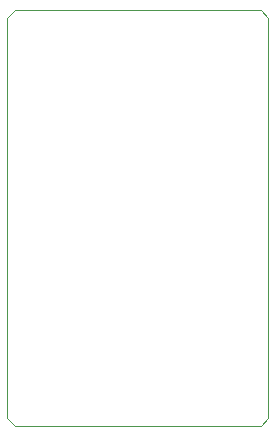
<source format=gko>
%FSAX25Y25*%
%MOIN*%
G70*
G01*
G75*
G04 Layer_Color=16711935*
%ADD10R,0.05118X0.05118*%
%ADD11R,0.05118X0.05118*%
%ADD12R,0.01181X0.06299*%
%ADD13O,0.02362X0.09055*%
%ADD14R,0.01575X0.05512*%
%ADD15R,0.09055X0.07480*%
%ADD16R,0.07087X0.07480*%
%ADD17C,0.00800*%
%ADD18C,0.02000*%
%ADD19C,0.07500*%
%ADD20C,0.03200*%
%ADD21C,0.05000*%
%ADD22R,0.04400X0.04400*%
%ADD23C,0.00600*%
%ADD24C,0.02362*%
%ADD25C,0.00984*%
%ADD26C,0.00787*%
%ADD27C,0.01000*%
%ADD28R,0.05918X0.05918*%
%ADD29R,0.05918X0.05918*%
%ADD30R,0.01981X0.07099*%
%ADD31O,0.03162X0.09855*%
%ADD32R,0.02375X0.06312*%
%ADD33R,0.09855X0.08280*%
%ADD34R,0.07887X0.08280*%
%ADD35C,0.08300*%
%ADD36R,0.05200X0.05200*%
%ADD37C,0.00400*%
D37*
X0321000Y0359000D02*
Y0492500D01*
X0318500Y0356500D02*
X0321000Y0359000D01*
X0236500Y0356500D02*
X0318500D01*
X0234000Y0359000D02*
X0236500Y0356500D01*
X0234000Y0359000D02*
Y0492500D01*
X0236500Y0495000D02*
X0318500D01*
X0321000Y0492500D01*
X0234000D02*
X0236500Y0495000D01*
M02*

</source>
